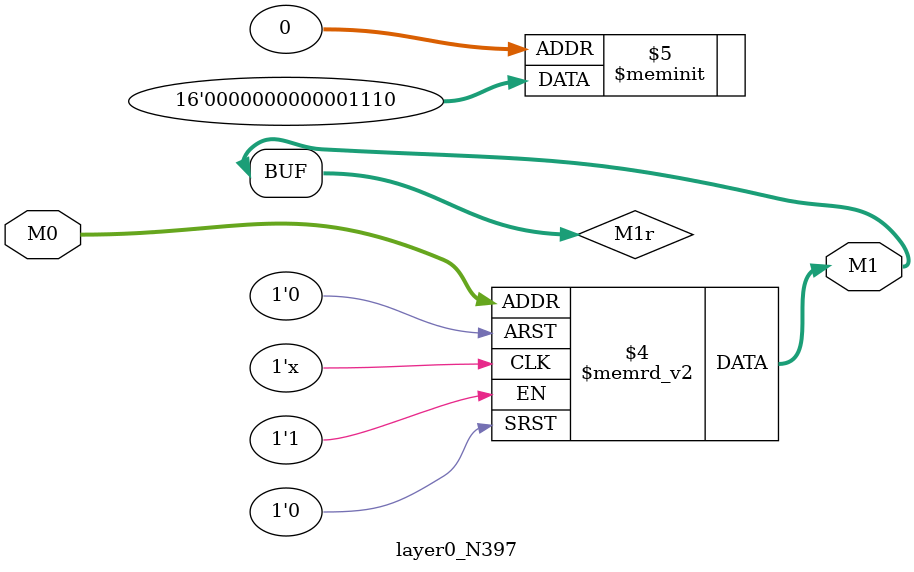
<source format=v>
module layer0_N397 ( input [2:0] M0, output [1:0] M1 );

	(*rom_style = "distributed" *) reg [1:0] M1r;
	assign M1 = M1r;
	always @ (M0) begin
		case (M0)
			3'b000: M1r = 2'b10;
			3'b100: M1r = 2'b00;
			3'b010: M1r = 2'b00;
			3'b110: M1r = 2'b00;
			3'b001: M1r = 2'b11;
			3'b101: M1r = 2'b00;
			3'b011: M1r = 2'b00;
			3'b111: M1r = 2'b00;

		endcase
	end
endmodule

</source>
